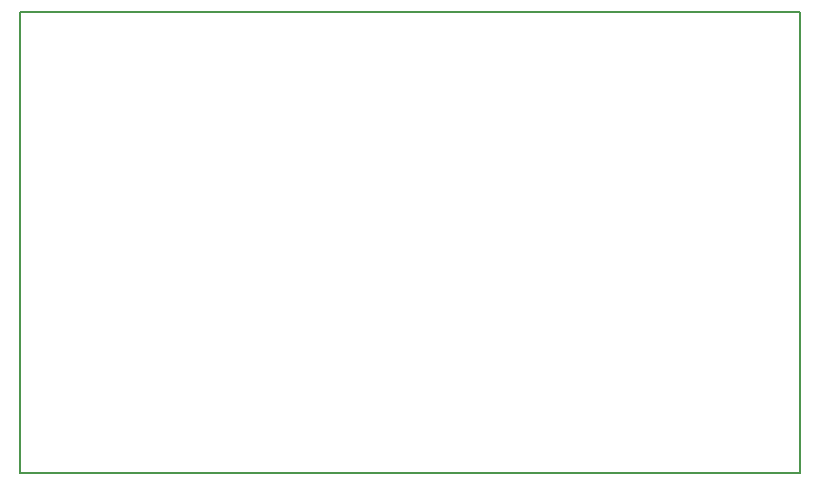
<source format=gm1>
G04 #@! TF.GenerationSoftware,KiCad,Pcbnew,(5.0.0-3-g5ebb6b6)*
G04 #@! TF.CreationDate,2018-09-23T16:07:04+01:00*
G04 #@! TF.ProjectId,PCB1,504342312E6B696361645F7063620000,rev?*
G04 #@! TF.SameCoordinates,Original*
G04 #@! TF.FileFunction,Profile,NP*
%FSLAX46Y46*%
G04 Gerber Fmt 4.6, Leading zero omitted, Abs format (unit mm)*
G04 Created by KiCad (PCBNEW (5.0.0-3-g5ebb6b6)) date Sunday, 23 September 2018 at 16:07:04*
%MOMM*%
%LPD*%
G01*
G04 APERTURE LIST*
%ADD10C,0.150000*%
G04 APERTURE END LIST*
D10*
X99500000Y-86500000D02*
X99500000Y-47500000D01*
X165500000Y-86500000D02*
X99500000Y-86500000D01*
X165500000Y-47500000D02*
X165500000Y-86500000D01*
X99500000Y-47500000D02*
X165500000Y-47500000D01*
M02*

</source>
